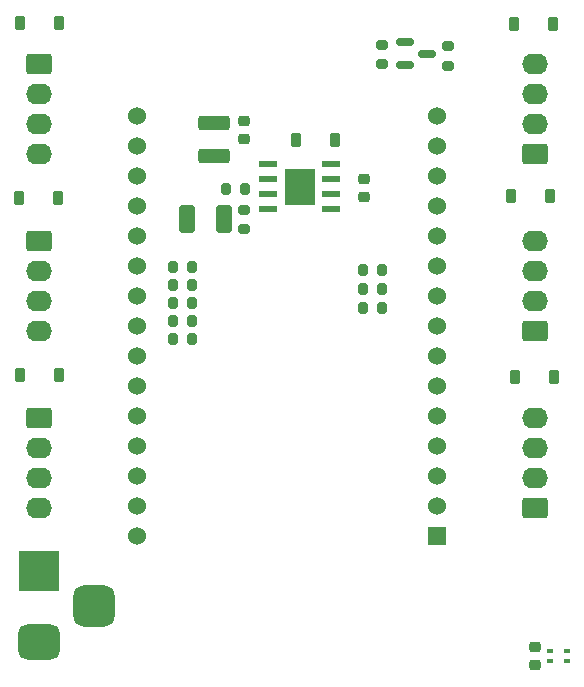
<source format=gbr>
%TF.GenerationSoftware,KiCad,Pcbnew,7.0.2*%
%TF.CreationDate,2023-05-06T12:51:57+01:00*%
%TF.ProjectId,fan-controller,66616e2d-636f-46e7-9472-6f6c6c65722e,rev?*%
%TF.SameCoordinates,Original*%
%TF.FileFunction,Soldermask,Top*%
%TF.FilePolarity,Negative*%
%FSLAX46Y46*%
G04 Gerber Fmt 4.6, Leading zero omitted, Abs format (unit mm)*
G04 Created by KiCad (PCBNEW 7.0.2) date 2023-05-06 12:51:57*
%MOMM*%
%LPD*%
G01*
G04 APERTURE LIST*
G04 Aperture macros list*
%AMRoundRect*
0 Rectangle with rounded corners*
0 $1 Rounding radius*
0 $2 $3 $4 $5 $6 $7 $8 $9 X,Y pos of 4 corners*
0 Add a 4 corners polygon primitive as box body*
4,1,4,$2,$3,$4,$5,$6,$7,$8,$9,$2,$3,0*
0 Add four circle primitives for the rounded corners*
1,1,$1+$1,$2,$3*
1,1,$1+$1,$4,$5*
1,1,$1+$1,$6,$7*
1,1,$1+$1,$8,$9*
0 Add four rect primitives between the rounded corners*
20,1,$1+$1,$2,$3,$4,$5,0*
20,1,$1+$1,$4,$5,$6,$7,0*
20,1,$1+$1,$6,$7,$8,$9,0*
20,1,$1+$1,$8,$9,$2,$3,0*%
G04 Aperture macros list end*
%ADD10RoundRect,0.250000X-0.412500X-0.925000X0.412500X-0.925000X0.412500X0.925000X-0.412500X0.925000X0*%
%ADD11C,1.524000*%
%ADD12R,1.524000X1.524000*%
%ADD13RoundRect,0.200000X-0.200000X-0.275000X0.200000X-0.275000X0.200000X0.275000X-0.200000X0.275000X0*%
%ADD14RoundRect,0.225000X-0.225000X-0.375000X0.225000X-0.375000X0.225000X0.375000X-0.225000X0.375000X0*%
%ADD15RoundRect,0.225000X0.250000X-0.225000X0.250000X0.225000X-0.250000X0.225000X-0.250000X-0.225000X0*%
%ADD16RoundRect,0.200000X0.200000X0.275000X-0.200000X0.275000X-0.200000X-0.275000X0.200000X-0.275000X0*%
%ADD17RoundRect,0.225000X0.225000X0.375000X-0.225000X0.375000X-0.225000X-0.375000X0.225000X-0.375000X0*%
%ADD18RoundRect,0.250000X-0.845000X0.620000X-0.845000X-0.620000X0.845000X-0.620000X0.845000X0.620000X0*%
%ADD19O,2.190000X1.740000*%
%ADD20RoundRect,0.250000X0.845000X-0.620000X0.845000X0.620000X-0.845000X0.620000X-0.845000X-0.620000X0*%
%ADD21RoundRect,0.200000X0.275000X-0.200000X0.275000X0.200000X-0.275000X0.200000X-0.275000X-0.200000X0*%
%ADD22R,0.500000X0.300000*%
%ADD23RoundRect,0.150000X-0.587500X-0.150000X0.587500X-0.150000X0.587500X0.150000X-0.587500X0.150000X0*%
%ADD24R,3.500000X3.500000*%
%ADD25RoundRect,0.750000X1.000000X-0.750000X1.000000X0.750000X-1.000000X0.750000X-1.000000X-0.750000X0*%
%ADD26RoundRect,0.875000X0.875000X-0.875000X0.875000X0.875000X-0.875000X0.875000X-0.875000X-0.875000X0*%
%ADD27R,2.600000X3.100000*%
%ADD28R,1.550000X0.600000*%
%ADD29RoundRect,0.200000X-0.275000X0.200000X-0.275000X-0.200000X0.275000X-0.200000X0.275000X0.200000X0*%
%ADD30RoundRect,0.250000X-1.075000X0.375000X-1.075000X-0.375000X1.075000X-0.375000X1.075000X0.375000X0*%
%ADD31RoundRect,0.225000X-0.250000X0.225000X-0.250000X-0.225000X0.250000X-0.225000X0.250000X0.225000X0*%
G04 APERTURE END LIST*
D10*
%TO.C,C4*%
X40653500Y-38100000D03*
X37578500Y-38100000D03*
%TD*%
D11*
%TO.C,U4*%
X33300000Y-65000000D03*
X33300000Y-62460000D03*
X33300000Y-59920000D03*
X33300000Y-57380000D03*
X33300000Y-54840000D03*
X33300000Y-52300000D03*
X33300000Y-49760000D03*
X33300000Y-47220000D03*
X33300000Y-44680000D03*
X33300000Y-42140000D03*
X33300000Y-39600000D03*
X33300000Y-37060000D03*
X33300000Y-34520000D03*
X33300000Y-31980000D03*
X33300000Y-29440000D03*
X58700000Y-29440000D03*
X58700000Y-31980000D03*
X58700000Y-34520000D03*
X58700000Y-37060000D03*
X58700000Y-39600000D03*
X58700000Y-42140000D03*
X58700000Y-44680000D03*
X58700000Y-47220000D03*
X58700000Y-49760000D03*
X58700000Y-52300000D03*
X58700000Y-54840000D03*
X58700000Y-57380000D03*
X58700000Y-59920000D03*
X58700000Y-62460000D03*
D12*
X58700000Y-65000000D03*
%TD*%
D13*
%TO.C,R10*%
X37994308Y-45211999D03*
X36344308Y-45211999D03*
%TD*%
%TO.C,R8*%
X36344308Y-42164000D03*
X37994308Y-42164000D03*
%TD*%
D14*
%TO.C,D5*%
X23350000Y-36319623D03*
X26650000Y-36319623D03*
%TD*%
D15*
%TO.C,C3*%
X42348396Y-29808219D03*
X42348396Y-31358219D03*
%TD*%
D16*
%TO.C,R11*%
X42481000Y-35560000D03*
X40831000Y-35560000D03*
%TD*%
%TO.C,R4*%
X37994308Y-46745456D03*
X36344308Y-46745456D03*
%TD*%
D13*
%TO.C,R9*%
X37994308Y-43688000D03*
X36344308Y-43688000D03*
%TD*%
%TO.C,R5*%
X36344308Y-48298307D03*
X37994308Y-48298307D03*
%TD*%
D17*
%TO.C,D2*%
X68300000Y-36186988D03*
X65000000Y-36186988D03*
%TD*%
D18*
%TO.C,J6*%
X25000000Y-40000000D03*
D19*
X25000000Y-42540000D03*
X25000000Y-45080000D03*
X25000000Y-47620000D03*
%TD*%
D20*
%TO.C,J4*%
X67000000Y-62600000D03*
D19*
X67000000Y-60060000D03*
X67000000Y-57520000D03*
X67000000Y-54980000D03*
%TD*%
D21*
%TO.C,R3*%
X54102000Y-25018000D03*
X54102000Y-23368000D03*
%TD*%
D22*
%TO.C,U3*%
X69730258Y-75526206D03*
X69730258Y-74726206D03*
X68330258Y-74726206D03*
X68330258Y-75526206D03*
%TD*%
D14*
%TO.C,D4*%
X23380181Y-21564682D03*
X26680181Y-21564682D03*
%TD*%
D23*
%TO.C,Q1*%
X56037000Y-23180000D03*
X56037000Y-25080000D03*
X57912000Y-24130000D03*
%TD*%
D16*
%TO.C,R1*%
X54105766Y-42418000D03*
X52455766Y-42418000D03*
%TD*%
D14*
%TO.C,D6*%
X23383759Y-51295199D03*
X26683759Y-51295199D03*
%TD*%
D24*
%TO.C,J1*%
X25000000Y-67914000D03*
D25*
X25000000Y-73914000D03*
D26*
X29700000Y-70914000D03*
%TD*%
D27*
%TO.C,U1*%
X47082000Y-35398000D03*
D28*
X49782000Y-33493000D03*
X49782000Y-34763000D03*
X49782000Y-36033000D03*
X49782000Y-37303000D03*
X44382000Y-37303000D03*
X44382000Y-36033000D03*
X44382000Y-34763000D03*
X44382000Y-33493000D03*
%TD*%
D17*
%TO.C,D3*%
X68636195Y-51539596D03*
X65336195Y-51539596D03*
%TD*%
D29*
%TO.C,R2*%
X59690000Y-23496000D03*
X59690000Y-25146000D03*
%TD*%
D30*
%TO.C,L1*%
X39808000Y-32798000D03*
X39808000Y-29998000D03*
%TD*%
D17*
%TO.C,D7*%
X46794000Y-31426000D03*
X50094000Y-31426000D03*
%TD*%
D31*
%TO.C,C2*%
X52508000Y-36278000D03*
X52508000Y-34728000D03*
%TD*%
D18*
%TO.C,J5*%
X25000000Y-25000000D03*
D19*
X25000000Y-27540000D03*
X25000000Y-30080000D03*
X25000000Y-32620000D03*
%TD*%
D20*
%TO.C,J2*%
X67000000Y-32600000D03*
D19*
X67000000Y-30060000D03*
X67000000Y-27520000D03*
X67000000Y-24980000D03*
%TD*%
D21*
%TO.C,R12*%
X42418000Y-38988000D03*
X42418000Y-37338000D03*
%TD*%
D20*
%TO.C,J3*%
X67000000Y-47600000D03*
D19*
X67000000Y-45060000D03*
X67000000Y-42520000D03*
X67000000Y-39980000D03*
%TD*%
D16*
%TO.C,R7*%
X54105766Y-45694068D03*
X52455766Y-45694068D03*
%TD*%
D31*
%TO.C,C1*%
X67000000Y-74364206D03*
X67000000Y-75914206D03*
%TD*%
D17*
%TO.C,D1*%
X68565096Y-21620365D03*
X65265096Y-21620365D03*
%TD*%
D16*
%TO.C,R6*%
X52455766Y-44027706D03*
X54105766Y-44027706D03*
%TD*%
D18*
%TO.C,J7*%
X25000000Y-55000000D03*
D19*
X25000000Y-57540000D03*
X25000000Y-60080000D03*
X25000000Y-62620000D03*
%TD*%
M02*

</source>
